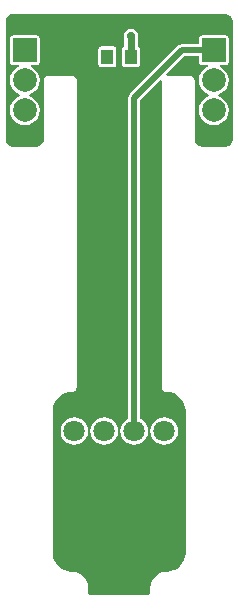
<source format=gbl>
G04*
G04 #@! TF.GenerationSoftware,Altium Limited,Altium Designer,18.1.7 (191)*
G04*
G04 Layer_Physical_Order=2*
G04 Layer_Color=16711680*
%FSLAX44Y44*%
%MOMM*%
G71*
G01*
G75*
%ADD12R,1.0000X1.2500*%
%ADD20C,0.6000*%
%ADD21C,1.8000*%
%ADD22C,2.0000*%
%ADD23R,2.0000X2.0000*%
%ADD24C,0.7000*%
%ADD25C,0.5000*%
G36*
X-90002Y496201D02*
X88730Y496116D01*
X90000Y496115D01*
X91199Y495943D01*
X92366Y495711D01*
X94371Y494371D01*
X95711Y492366D01*
X96149Y490167D01*
X96115Y490000D01*
Y390000D01*
X96149Y389833D01*
X95711Y387634D01*
X94371Y385629D01*
X92366Y384289D01*
X90167Y383852D01*
X90000Y383885D01*
X70000Y383885D01*
X70000Y383885D01*
X70000Y383885D01*
X68801Y384057D01*
X67634Y384289D01*
X65629Y385629D01*
X64289Y387634D01*
X63851Y389833D01*
X63885Y390000D01*
X63885Y405000D01*
X63885Y440000D01*
X63589Y441487D01*
X62747Y442747D01*
X61487Y443589D01*
X60000Y443885D01*
X40448D01*
X39922Y445155D01*
X55029Y460261D01*
X67410D01*
Y455400D01*
X67607Y454409D01*
X68169Y453569D01*
X69009Y453007D01*
X70000Y452810D01*
X74839D01*
X75092Y451540D01*
X73676Y450954D01*
X71056Y448944D01*
X69046Y446324D01*
X67783Y443274D01*
X67352Y440000D01*
X67783Y436726D01*
X69046Y433676D01*
X71056Y431056D01*
X73676Y429046D01*
X76233Y427987D01*
Y426613D01*
X73676Y425554D01*
X71056Y423544D01*
X69046Y420924D01*
X67783Y417874D01*
X67352Y414600D01*
X67783Y411326D01*
X69046Y408276D01*
X71056Y405656D01*
X73676Y403646D01*
X76726Y402383D01*
X80000Y401952D01*
X83274Y402383D01*
X86324Y403646D01*
X88944Y405656D01*
X90954Y408276D01*
X92217Y411326D01*
X92648Y414600D01*
X92217Y417874D01*
X90954Y420924D01*
X88944Y423544D01*
X86324Y425554D01*
X83767Y426613D01*
Y427987D01*
X86324Y429046D01*
X88944Y431056D01*
X90954Y433676D01*
X92217Y436726D01*
X92648Y440000D01*
X92217Y443274D01*
X90954Y446324D01*
X88944Y448944D01*
X86324Y450954D01*
X84908Y451540D01*
X85161Y452810D01*
X90000D01*
X90991Y453007D01*
X91831Y453569D01*
X92393Y454409D01*
X92590Y455400D01*
Y475400D01*
X92393Y476391D01*
X91831Y477231D01*
X90991Y477793D01*
X90000Y477990D01*
X70000D01*
X69009Y477793D01*
X68169Y477231D01*
X67607Y476391D01*
X67410Y475400D01*
Y470539D01*
X52900D01*
X50933Y470148D01*
X49266Y469034D01*
X9066Y428834D01*
X7952Y427166D01*
X7561Y425200D01*
Y153362D01*
X6880Y153080D01*
X4470Y151230D01*
X2620Y148820D01*
X1457Y146012D01*
X1060Y143000D01*
X1457Y139987D01*
X2620Y137180D01*
X4470Y134770D01*
X6880Y132920D01*
X9688Y131757D01*
X12700Y131360D01*
X15712Y131757D01*
X18520Y132920D01*
X20930Y134770D01*
X22780Y137180D01*
X23943Y139987D01*
X24340Y143000D01*
X23943Y146012D01*
X22780Y148820D01*
X20930Y151230D01*
X18520Y153080D01*
X17839Y153362D01*
Y423072D01*
X34696Y439929D01*
X35966Y439403D01*
X36115Y179998D01*
X36262Y179263D01*
X36411Y178513D01*
X36412Y178512D01*
X36412Y178511D01*
X36829Y177888D01*
X37253Y177253D01*
X37254Y177253D01*
X37255Y177252D01*
X37892Y176826D01*
X38513Y176411D01*
X38514Y176411D01*
X38516Y176410D01*
X39267Y176261D01*
X40000Y176115D01*
X41230Y176019D01*
X43149Y175831D01*
X46177Y174912D01*
X48967Y173421D01*
X51413Y171413D01*
X53421Y168967D01*
X54912Y166177D01*
X55831Y163149D01*
X56132Y160085D01*
X56115Y160000D01*
X56115Y40000D01*
X56132Y39915D01*
X55831Y36851D01*
X54912Y33823D01*
X53421Y31033D01*
X51413Y28587D01*
X48967Y26579D01*
X46177Y25088D01*
X43149Y24169D01*
X41248Y23982D01*
X40000Y23929D01*
Y23929D01*
X36395Y23455D01*
X33035Y22063D01*
X30151Y19849D01*
X27937Y16965D01*
X26545Y13605D01*
X26071Y10000D01*
X26071D01*
X26141Y8759D01*
X26207Y5695D01*
X25604Y4793D01*
X24578Y4107D01*
X24388Y4070D01*
X23244Y3905D01*
X23934Y4006D01*
X24388Y4070D01*
X24427Y4077D01*
X23934Y4006D01*
X23179Y3899D01*
X21942Y3885D01*
X21764Y3885D01*
X-21764D01*
X-21942Y3885D01*
X-23179Y3899D01*
X-23934Y4006D01*
X-24427Y4077D01*
X-24388Y4070D01*
X-23934Y4006D01*
X-23244Y3905D01*
X-24388Y4070D01*
X-24578Y4107D01*
X-25604Y4793D01*
X-26207Y5695D01*
X-26141Y8759D01*
X-26071Y10000D01*
Y10000D01*
X-26071Y10000D01*
X-26546Y13605D01*
X-27937Y16965D01*
X-30151Y19849D01*
X-33035Y22063D01*
X-36395Y23455D01*
X-38778Y23768D01*
X-40000Y23929D01*
X-41248Y23982D01*
X-43149Y24169D01*
X-46177Y25088D01*
X-48967Y26579D01*
X-51413Y28587D01*
X-53421Y31033D01*
X-54912Y33823D01*
X-55831Y36851D01*
X-56132Y39915D01*
X-56115Y40000D01*
Y160000D01*
X-56132Y160085D01*
X-55831Y163149D01*
X-54912Y166177D01*
X-53421Y168967D01*
X-51413Y171413D01*
X-48967Y173421D01*
X-46177Y174912D01*
X-43149Y175831D01*
X-41230Y176019D01*
X-40000Y176115D01*
X-39260Y176263D01*
X-38519Y176409D01*
X-38517Y176410D01*
X-38513Y176411D01*
X-37887Y176830D01*
X-37258Y177249D01*
X-37256Y177251D01*
X-37253Y177253D01*
X-36833Y177882D01*
X-36414Y178507D01*
X-36413Y178511D01*
X-36411Y178513D01*
X-36264Y179254D01*
X-36115Y179993D01*
X-35757Y395156D01*
X-35760Y395171D01*
X-35757Y395186D01*
X-36032Y440024D01*
X-36182Y440754D01*
X-36328Y441487D01*
X-36335Y441497D01*
X-36337Y441509D01*
X-36755Y442126D01*
X-37170Y442747D01*
X-37180Y442754D01*
X-37187Y442764D01*
X-37810Y443175D01*
X-38430Y443589D01*
X-38442Y443591D01*
X-38452Y443598D01*
X-39185Y443739D01*
X-39917Y443885D01*
X-60000D01*
X-61487Y443589D01*
X-62747Y442747D01*
X-63589Y441487D01*
X-63885Y440000D01*
X-63885Y405085D01*
X-63885Y391355D01*
X-63885Y390085D01*
X-64057Y388886D01*
X-64289Y387720D01*
X-65629Y385714D01*
X-67635Y384374D01*
X-68801Y384142D01*
X-70000Y383970D01*
Y383970D01*
X-90000Y383970D01*
X-90167Y383937D01*
X-92366Y384374D01*
X-94371Y385714D01*
X-95711Y387720D01*
X-96149Y389918D01*
X-96116Y390085D01*
Y490085D01*
X-96149Y490252D01*
X-95711Y492451D01*
X-94371Y494456D01*
X-92366Y495797D01*
X-90168Y496234D01*
X-90002Y496201D01*
D02*
G37*
%LPC*%
G36*
X10000Y483658D02*
X7643Y483190D01*
X5645Y481855D01*
X4311Y479857D01*
X3842Y477500D01*
X4311Y475143D01*
X4351Y475082D01*
Y468711D01*
X4009Y468643D01*
X3169Y468081D01*
X2607Y467241D01*
X2410Y466250D01*
Y453750D01*
X2607Y452759D01*
X3169Y451919D01*
X4009Y451357D01*
X5000Y451160D01*
X15000D01*
X15991Y451357D01*
X16831Y451919D01*
X17393Y452759D01*
X17590Y453750D01*
Y466250D01*
X17393Y467241D01*
X16831Y468081D01*
X15991Y468643D01*
X15648Y468711D01*
Y475082D01*
X15690Y475143D01*
X16158Y477500D01*
X15690Y479857D01*
X14355Y481855D01*
X12357Y483190D01*
X10000Y483658D01*
D02*
G37*
G36*
X-5000Y468840D02*
X-15000D01*
X-15991Y468643D01*
X-16831Y468081D01*
X-17393Y467241D01*
X-17590Y466250D01*
Y453750D01*
X-17393Y452759D01*
X-16831Y451919D01*
X-15991Y451357D01*
X-15000Y451160D01*
X-5000D01*
X-4009Y451357D01*
X-3169Y451919D01*
X-2607Y452759D01*
X-2410Y453750D01*
Y466250D01*
X-2607Y467241D01*
X-3169Y468081D01*
X-4009Y468643D01*
X-5000Y468840D01*
D02*
G37*
G36*
X-70000Y477990D02*
X-90000D01*
X-90991Y477793D01*
X-91831Y477231D01*
X-92393Y476391D01*
X-92590Y475400D01*
Y455400D01*
X-92393Y454409D01*
X-91831Y453569D01*
X-90991Y453007D01*
X-90000Y452810D01*
X-85161D01*
X-84908Y451540D01*
X-86324Y450954D01*
X-88944Y448944D01*
X-90954Y446324D01*
X-92217Y443274D01*
X-92648Y440000D01*
X-92217Y436726D01*
X-90954Y433676D01*
X-88944Y431056D01*
X-86324Y429046D01*
X-83767Y427987D01*
Y426613D01*
X-86324Y425554D01*
X-88944Y423544D01*
X-90954Y420924D01*
X-92217Y417874D01*
X-92648Y414600D01*
X-92217Y411326D01*
X-90954Y408276D01*
X-88944Y405656D01*
X-86324Y403646D01*
X-83274Y402383D01*
X-80000Y401952D01*
X-76726Y402383D01*
X-73676Y403646D01*
X-71056Y405656D01*
X-69046Y408276D01*
X-67783Y411326D01*
X-67352Y414600D01*
X-67783Y417874D01*
X-69046Y420924D01*
X-71056Y423544D01*
X-73676Y425554D01*
X-76233Y426613D01*
Y427987D01*
X-73676Y429046D01*
X-71056Y431056D01*
X-69046Y433676D01*
X-67783Y436726D01*
X-67352Y440000D01*
X-67783Y443274D01*
X-69046Y446324D01*
X-71056Y448944D01*
X-73676Y450954D01*
X-75092Y451540D01*
X-74839Y452810D01*
X-70000D01*
X-69009Y453007D01*
X-68169Y453569D01*
X-67607Y454409D01*
X-67410Y455400D01*
Y475400D01*
X-67607Y476391D01*
X-68169Y477231D01*
X-69009Y477793D01*
X-70000Y477990D01*
D02*
G37*
G36*
X38100Y154640D02*
X35087Y154243D01*
X32280Y153080D01*
X29870Y151230D01*
X28020Y148820D01*
X26857Y146012D01*
X26460Y143000D01*
X26857Y139987D01*
X28020Y137180D01*
X29870Y134770D01*
X32280Y132920D01*
X35087Y131757D01*
X38100Y131360D01*
X41112Y131757D01*
X43920Y132920D01*
X46330Y134770D01*
X48180Y137180D01*
X49343Y139987D01*
X49739Y143000D01*
X49343Y146012D01*
X48180Y148820D01*
X46330Y151230D01*
X43920Y153080D01*
X41112Y154243D01*
X38100Y154640D01*
D02*
G37*
G36*
X-12700D02*
X-15712Y154243D01*
X-18520Y153080D01*
X-20930Y151230D01*
X-22780Y148820D01*
X-23943Y146012D01*
X-24340Y143000D01*
X-23943Y139987D01*
X-22780Y137180D01*
X-20930Y134770D01*
X-18520Y132920D01*
X-15712Y131757D01*
X-12700Y131360D01*
X-9688Y131757D01*
X-6880Y132920D01*
X-4470Y134770D01*
X-2620Y137180D01*
X-1457Y139987D01*
X-1060Y143000D01*
X-1457Y146012D01*
X-2620Y148820D01*
X-4470Y151230D01*
X-6880Y153080D01*
X-9688Y154243D01*
X-12700Y154640D01*
D02*
G37*
G36*
X-38100D02*
X-41112Y154243D01*
X-43920Y153080D01*
X-46330Y151230D01*
X-48180Y148820D01*
X-49343Y146012D01*
X-49739Y143000D01*
X-49343Y139987D01*
X-48180Y137180D01*
X-46330Y134770D01*
X-43920Y132920D01*
X-41112Y131757D01*
X-38100Y131360D01*
X-35087Y131757D01*
X-32280Y132920D01*
X-29870Y134770D01*
X-28020Y137180D01*
X-26857Y139987D01*
X-26460Y143000D01*
X-26857Y146012D01*
X-28020Y148820D01*
X-29870Y151230D01*
X-32280Y153080D01*
X-35087Y154243D01*
X-38100Y154640D01*
D02*
G37*
%LPD*%
D12*
X-10000Y460000D02*
D03*
X10000D02*
D03*
D20*
Y477500D01*
D21*
X12700Y143000D02*
D03*
X-12700D02*
D03*
X-38100D02*
D03*
X38100D02*
D03*
D22*
X-80000Y414600D02*
D03*
Y440000D02*
D03*
X80000Y414600D02*
D03*
Y440000D02*
D03*
D23*
X-80000Y465400D02*
D03*
X80000D02*
D03*
D24*
X10000Y477500D02*
D03*
D25*
X52900Y465400D02*
X80000D01*
X12700Y425200D02*
X52900Y465400D01*
X12700Y143000D02*
Y425200D01*
M02*

</source>
